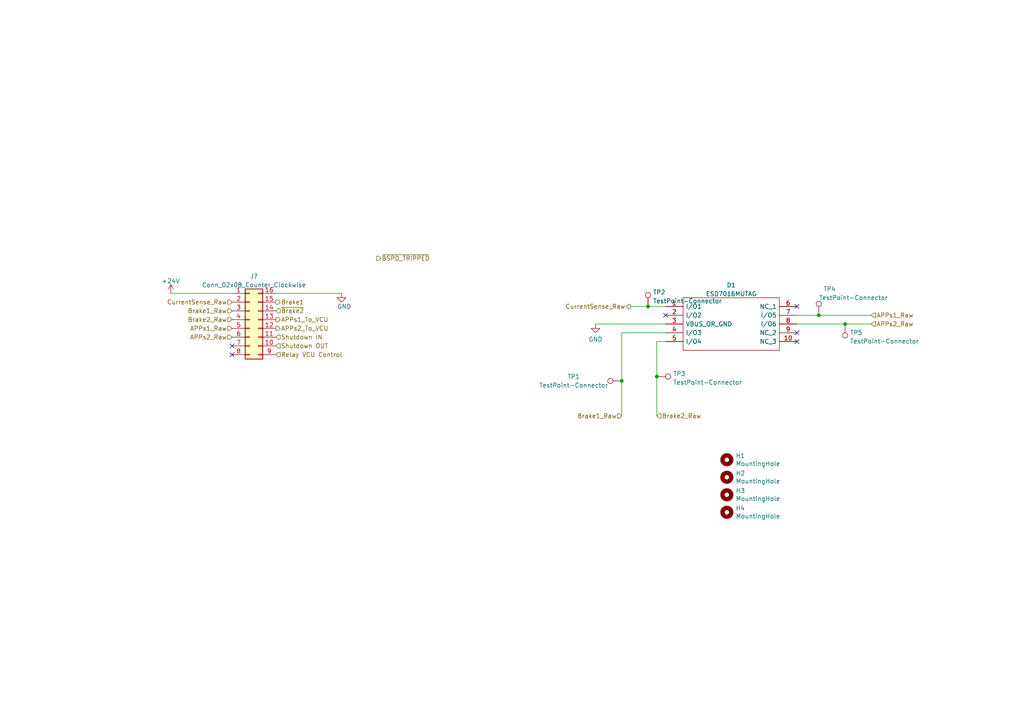
<source format=kicad_sch>
(kicad_sch (version 20211123) (generator eeschema)
  (paper "A4")
  (title_block (date "2019-10-09") (company "Longhorn Racing Electric"))
  (lib_symbols
    (symbol "20-ELC-2-01-R1(Appetizer)-rescue:TestPoint-Connector" (pin_numbers hide) (pin_names (offset 0.762) hide)
      (property "Reference" "TP" (at 0 6.858 0))
      (property "Value" "TestPoint-Connector" (at 0 5.08 0))
      (symbol "TestPoint-Connector_0_1"
        (circle (center 0 3.302) (radius 0.762))
      )
      (symbol "TestPoint-Connector_1_1"
        (pin passive line (at 0 0 90) (length 2.54) (name "1") (number "1"))
      )
    )
    (symbol "Connector_Generic:Conn_02x08_Counter_Clockwise" (pin_names (offset 1.016) hide)
      (property "Reference" "J" (at 1.27 10.16 0))
      (property "Value" "Conn_02x08_Counter_Clockwise" (at 1.27 -12.7 0))
      (symbol "Conn_02x08_Counter_Clockwise_1_1"
        (rectangle (start -1.27 -10.033) (end 0 -10.287) (stroke (width 0.1524)))
        (rectangle (start -1.27 -7.493) (end 0 -7.747) (stroke (width 0.1524)))
        (rectangle (start -1.27 -4.953) (end 0 -5.207) (stroke (width 0.1524)))
        (rectangle (start -1.27 -2.413) (end 0 -2.667) (stroke (width 0.1524)))
        (rectangle (start -1.27 0.127) (end 0 -0.127) (stroke (width 0.1524)))
        (rectangle (start -1.27 2.667) (end 0 2.413) (stroke (width 0.1524)))
        (rectangle (start -1.27 5.207) (end 0 4.953) (stroke (width 0.1524)))
        (rectangle (start -1.27 7.747) (end 0 7.493) (stroke (width 0.1524)))
        (rectangle (start -1.27 8.89) (end 3.81 -11.43) (stroke (width 0.254)) (fill (type background)))
        (rectangle (start 3.81 -10.033) (end 2.54 -10.287) (stroke (width 0.1524)))
        (rectangle (start 3.81 -7.493) (end 2.54 -7.747) (stroke (width 0.1524)))
        (rectangle (start 3.81 -4.953) (end 2.54 -5.207) (stroke (width 0.1524)))
        (rectangle (start 3.81 -2.413) (end 2.54 -2.667) (stroke (width 0.1524)))
        (rectangle (start 3.81 0.127) (end 2.54 -0.127) (stroke (width 0.1524)))
        (rectangle (start 3.81 2.667) (end 2.54 2.413) (stroke (width 0.1524)))
        (rectangle (start 3.81 5.207) (end 2.54 4.953) (stroke (width 0.1524)))
        (rectangle (start 3.81 7.747) (end 2.54 7.493) (stroke (width 0.1524)))
        (pin passive line (at -5.08 7.62 0) (length 3.81) (name "Pin_1") (number "1"))
        (pin passive line (at 7.62 -7.62 180) (length 3.81) (name "Pin_10") (number "10"))
        (pin passive line (at 7.62 -5.08 180) (length 3.81) (name "Pin_11") (number "11"))
        (pin passive line (at 7.62 -2.54 180) (length 3.81) (name "Pin_12") (number "12"))
        (pin passive line (at 7.62 0 180) (length 3.81) (name "Pin_13") (number "13"))
        (pin passive line (at 7.62 2.54 180) (length 3.81) (name "Pin_14") (number "14"))
        (pin passive line (at 7.62 5.08 180) (length 3.81) (name "Pin_15") (number "15"))
        (pin passive line (at 7.62 7.62 180) (length 3.81) (name "Pin_16") (number "16"))
        (pin passive line (at -5.08 5.08 0) (length 3.81) (name "Pin_2") (number "2"))
        (pin passive line (at -5.08 2.54 0) (length 3.81) (name "Pin_3") (number "3"))
        (pin passive line (at -5.08 0 0) (length 3.81) (name "Pin_4") (number "4"))
        (pin passive line (at -5.08 -2.54 0) (length 3.81) (name "Pin_5") (number "5"))
        (pin passive line (at -5.08 -5.08 0) (length 3.81) (name "Pin_6") (number "6"))
        (pin passive line (at -5.08 -7.62 0) (length 3.81) (name "Pin_7") (number "7"))
        (pin passive line (at -5.08 -10.16 0) (length 3.81) (name "Pin_8") (number "8"))
        (pin passive line (at 7.62 -10.16 180) (length 3.81) (name "Pin_9") (number "9"))
      )
    )
    (symbol "LHR 2023 Schematic Library:ESD7016MUTAG" (pin_names (offset 0.762))
      (property "Reference" "D" (at 34.29 7.62 0))
      (property "Value" "ESD7016MUTAG" (at 34.29 5.08 0))
      (symbol "ESD7016MUTAG_0_0"
        (pin passive line (at 0 0 0) (length 5.08) (name "I/O1") (number "1"))
        (pin passive line (at 38.1 -10.16 180) (length 5.08) (name "NC_3") (number "10"))
        (pin passive line (at 0 -2.54 0) (length 5.08) (name "I/O2") (number "2"))
        (pin passive line (at 0 -5.08 0) (length 5.08) (name "VBUS_OR_GND") (number "3"))
        (pin passive line (at 0 -7.62 0) (length 5.08) (name "I/O3") (number "4"))
        (pin passive line (at 0 -10.16 0) (length 5.08) (name "I/O4") (number "5"))
        (pin passive line (at 38.1 0 180) (length 5.08) (name "NC_1") (number "6"))
        (pin passive line (at 38.1 -2.54 180) (length 5.08) (name "I/O5") (number "7"))
        (pin passive line (at 38.1 -5.08 180) (length 5.08) (name "I/O6") (number "8"))
        (pin passive line (at 38.1 -7.62 180) (length 5.08) (name "NC_2") (number "9"))
      )
      (symbol "ESD7016MUTAG_0_1"
        (polyline (pts (xy 5.08 2.54) (xy 33.02 2.54) (xy 33.02 -12.7) (xy 5.08 -12.7) (xy 5.08 2.54)) (stroke (width 0.1524)))
      )
    )
    (symbol "Mechanical:MountingHole" (pin_names (offset 1.016))
      (property "Reference" "H" (at 0 5.08 0))
      (property "Value" "MountingHole" (at 0 3.175 0))
      (symbol "MountingHole_0_1"
        (circle (center 0 0) (radius 1.27) (stroke (width 1.27)))
      )
    )
    (symbol "power:+24V" (power) (pin_names (offset 0))
      (property "Value" "+24V" (at 0 3.556 0))
      (symbol "+24V_0_1"
        (polyline (pts (xy -0.762 1.27) (xy 0 2.54)))
        (polyline (pts (xy 0 0) (xy 0 2.54)))
        (polyline (pts (xy 0 2.54) (xy 0.762 1.27)))
      )
      (symbol "+24V_1_1"
        (pin power_in line (at 0 0 90) (length 0) hide (name "+24V") (number "1"))
      )
    )
    (symbol "power:GND" (power) (pin_names (offset 0))
      (property "Value" "GND" (at 0 -3.81 0))
      (symbol "GND_0_1"
        (polyline (pts (xy 0 0) (xy 0 -1.27) (xy 1.27 -1.27) (xy 0 -2.54) (xy -1.27 -1.27) (xy 0 -1.27)))
      )
      (symbol "GND_1_1"
        (pin power_in line (at 0 0 270) (length 0) hide (name "GND") (number "1"))
      )
    )
  )
  (junction (at 237.49 91.44))
  (junction (at 190.5 109.22))
  (junction (at 180.34 110.49))
  (junction (at 245.11 93.98))
  (junction (at 187.96 88.9))
  (no_connect (at 67.31 100.33))
  (no_connect (at 67.31 102.87))
  (no_connect (at 193.04 91.44))
  (no_connect (at 231.14 96.52))
  (no_connect (at 231.14 99.06))
  (no_connect (at 231.14 88.9))
  (wire (pts (xy 193.04 96.52) (xy 180.34 96.52)))
  (wire (pts (xy 80.01 85.09) (xy 99.06 85.09)))
  (wire (pts (xy 237.49 91.44) (xy 252.73 91.44)))
  (wire (pts (xy 187.96 88.9) (xy 193.04 88.9)))
  (wire (pts (xy 180.34 110.49) (xy 180.34 120.65)))
  (wire (pts (xy 182.88 88.9) (xy 187.96 88.9)))
  (wire (pts (xy 245.11 93.98) (xy 252.73 93.98)))
  (wire (pts (xy 193.04 99.06) (xy 190.5 99.06)))
  (wire (pts (xy 49.53 85.09) (xy 67.31 85.09)))
  (wire (pts (xy 190.5 99.06) (xy 190.5 109.22)))
  (wire (pts (xy 180.34 96.52) (xy 180.34 110.49)))
  (wire (pts (xy 190.5 109.22) (xy 190.5 120.65)))
  (wire (pts (xy 231.14 93.98) (xy 245.11 93.98)))
  (wire (pts (xy 231.14 91.44) (xy 237.49 91.44)))
  (wire (pts (xy 172.72 93.98) (xy 193.04 93.98)))
  (hierarchical_label "APPs1_Raw" (shape input) (at 67.31 95.25 180))
  (hierarchical_label "Shutdown OUT" (shape input) (at 80.01 100.33 0))
  (hierarchical_label "Relay VCU Control" (shape input) (at 80.01 102.87 0))
  (hierarchical_label "Brake1_Raw" (shape input) (at 67.31 90.17 180))
  (hierarchical_label "APPs2_Raw" (shape input) (at 67.31 97.79 180))
  (hierarchical_label "Brake2_Raw" (shape input) (at 190.5 120.65 0))
  (hierarchical_label "APPs2_Raw" (shape input) (at 252.73 93.98 0))
  (hierarchical_label "Brake1_Raw" (shape input) (at 180.34 120.65 180))
  (hierarchical_label "CurrentSense_Raw" (shape output) (at 182.88 88.9 180))
  (hierarchical_label "APPs1_Raw" (shape input) (at 252.73 91.44 0))
  (hierarchical_label "APPs1_To_VCU" (shape output) (at 80.01 92.71 0))
  (hierarchical_label "APPs2_To_VCU" (shape output) (at 80.01 95.25 0))
  (hierarchical_label "~{BSPD_TRIPPED}" (shape output) (at 109.22 74.93 0))
  (hierarchical_label "Shutdown IN" (shape input) (at 80.01 97.79 0))
  (hierarchical_label "Brake1" (shape output) (at 80.01 87.63 0))
  (hierarchical_label "~{Brake2}" (shape input) (at 80.01 90.17 0))
  (hierarchical_label "CurrentSense_Raw" (shape input) (at 67.31 87.63 180))
  (hierarchical_label "Brake2_Raw" (shape input) (at 67.31 92.71 180))
  (symbol (lib_id "power:GND") (at 99.06 85.09 0) (mirror y) (unit 1)
    (property "Reference" "#PWR02" (effects hide))
    (property "Value" "GND" (at 97.79 88.9 0) (effects (justify right)))
  )
  (symbol (lib_id "Mechanical:MountingHole") (at 210.82 133.35 0) (unit 1)
    (property "Reference" "H1" (at 213.36 132.1816 0) (effects (justify left)))
    (property "Value" "MountingHole" (at 213.36 134.493 0) (effects (justify left)))
    (property "Footprint" "MountingHole:MountingHole_3.7mm_Pad_TopBottom" (effects hide))
  )
  (symbol (lib_id "Mechanical:MountingHole") (at 210.82 138.43 0) (unit 1)
    (property "Reference" "H2" (at 213.36 137.2616 0) (effects (justify left)))
    (property "Value" "MountingHole" (at 213.36 139.573 0) (effects (justify left)))
    (property "Footprint" "MountingHole:MountingHole_3.7mm_Pad_TopBottom" (effects hide))
  )
  (symbol (lib_id "Mechanical:MountingHole") (at 210.82 143.51 0) (unit 1)
    (property "Reference" "H3" (at 213.36 142.3416 0) (effects (justify left)))
    (property "Value" "MountingHole" (at 213.36 144.653 0) (effects (justify left)))
    (property "Footprint" "MountingHole:MountingHole_3.7mm_Pad_TopBottom" (effects hide))
  )
  (symbol (lib_id "Mechanical:MountingHole") (at 210.82 148.59 0) (unit 1)
    (property "Reference" "H4" (at 213.36 147.4216 0) (effects (justify left)))
    (property "Value" "MountingHole" (at 213.36 149.733 0) (effects (justify left)))
    (property "Footprint" "MountingHole:MountingHole_3.7mm_Pad_TopBottom" (effects hide))
  )
  (symbol (lib_id "20-ELC-2-01-R1(Appetizer)-rescue:TestPoint-Connector") (at 190.5 109.22 270) (unit 1)
    (property "Reference" "TP3" (at 195.199 108.3853 90) (effects (justify left)))
    (property "Value" "TestPoint-Connector" (at 195.199 110.9222 90) (effects (justify left)))
    (property "Footprint" "TestPoint:TestPoint_THTPad_D1.0mm_Drill0.5mm" (effects hide))
  )
  (symbol (lib_id "20-ELC-2-01-R1(Appetizer)-rescue:TestPoint-Connector") (at 245.11 93.98 180) (unit 1)
    (property "Reference" "TP5" (at 246.507 96.4473 0) (effects (justify right)))
    (property "Value" "TestPoint-Connector" (at 246.507 98.9842 0) (effects (justify right)))
    (property "Footprint" "TestPoint:TestPoint_THTPad_D1.0mm_Drill0.5mm" (effects hide))
  )
  (symbol (lib_id "power:GND") (at 172.72 93.98 0) (unit 1)
    (property "Reference" "#PWR03" (effects hide))
    (property "Value" "GND" (at 172.72 98.4234 0))
  )
  (symbol (lib_id "Connector_Generic:Conn_02x08_Counter_Clockwise") (at 72.39 92.71 0) (unit 1)
    (property "Reference" "J?" (at 73.66 80.1202 0))
    (property "Value" "Conn_02x08_Counter_Clockwise" (at 73.66 82.6571 0))
  )
  (symbol (lib_id "20-ELC-2-01-R1(Appetizer)-rescue:TestPoint-Connector") (at 237.49 91.44 0) (unit 1)
    (property "Reference" "TP4" (at 238.76 83.82 0) (effects (justify left)))
    (property "Value" "TestPoint-Connector" (at 237.49 86.36 0) (effects (justify left)))
    (property "Footprint" "TestPoint:TestPoint_THTPad_D1.0mm_Drill0.5mm" (effects hide))
  )
  (symbol (lib_id "20-ELC-2-01-R1(Appetizer)-rescue:TestPoint-Connector") (at 180.34 110.49 90) (unit 1)
    (property "Reference" "TP1" (at 166.37 109.22 90))
    (property "Value" "TestPoint-Connector" (at 166.37 111.76 90))
    (property "Footprint" "TestPoint:TestPoint_THTPad_D1.0mm_Drill0.5mm" (effects hide))
  )
  (symbol (lib_id "20-ELC-2-01-R1(Appetizer)-rescue:TestPoint-Connector") (at 187.96 88.9 0) (unit 1)
    (property "Reference" "TP2" (at 189.357 84.7633 0) (effects (justify left)))
    (property "Value" "TestPoint-Connector" (at 189.357 87.3002 0) (effects (justify left)))
    (property "Footprint" "TestPoint:TestPoint_THTPad_D1.0mm_Drill0.5mm" (effects hide))
  )
  (symbol (lib_id "power:+24V") (at 49.53 85.09 0) (unit 1)
    (property "Reference" "#PWR01" (effects hide))
    (property "Value" "+24V" (at 49.53 81.5142 0))
  )
  (symbol (lib_id "LHR 2023 Schematic Library:ESD7016MUTAG") (at 193.04 88.9 0) (unit 1)
    (property "Reference" "D1" (at 212.09 82.711 0))
    (property "Value" "ESD7016MUTAG" (at 212.09 85.2479 0))
    (property "Datasheet" "http://www.onsemi.com/pub/Collateral/ESD7016-D.PDF" (effects hide))
    (property "Description" "ON Semiconductor ESD7016MUTAG Uni-Directional TVS Diode Array, 8-Pin UDFN" (effects hide))
    (property "Height" "0" (effects hide))
    (property "Mouser Part Number" "863-ESD7016MUTAG" (effects hide))
    (property "Mouser Price/Stock" "https://www.mouser.co.uk/ProductDetail/onsemi/ESD7016MUTAG?qs=qbH48L%2FGONRVm9FI9jh40w%3D%3D" (effects hide))
    (property "Manufacturer_Name" "onsemi" (effects hide))
    (property "Manufacturer_Part_Number" "ESD7016MUTAG" (effects hide))
  )
)
</source>
